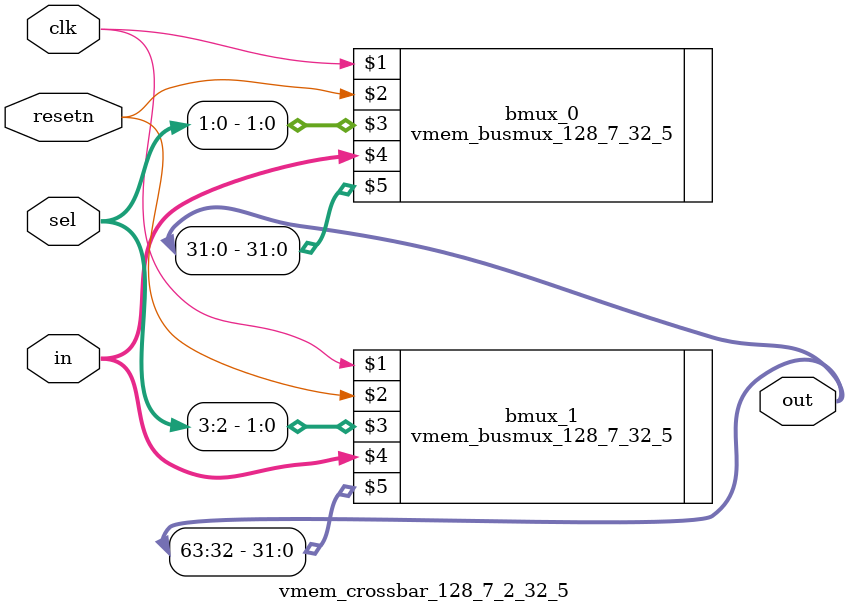
<source format=v>
/************************
 *
 *************************/

module vmem_crossbar_128_7_2_32_5 (
    clk,
    resetn,
    sel,
    in,
    out
    );

parameter SELWIDTH=7-5;   // LOG2(INWIDTH/OUTWIDTH) = 4

input                             clk;
input                             resetn;
input  [(SELWIDTH*2)-1 : 0] sel;
input  [128-1 : 0]            in;
output [(32*2)-1 : 0] out;
vmem_busmux_128_7_32_5 bmux_0(clk,resetn,
sel[(0+1)*SELWIDTH - 1 : 0*SELWIDTH],
in,
out[(0+1)*32 - 1 : 0*32]);
vmem_busmux_128_7_32_5 bmux_1(clk,resetn,
sel[(1+1)*SELWIDTH - 1 : 1*SELWIDTH],
in,
out[(1+1)*32 - 1 : 1*32]);
endmodule


</source>
